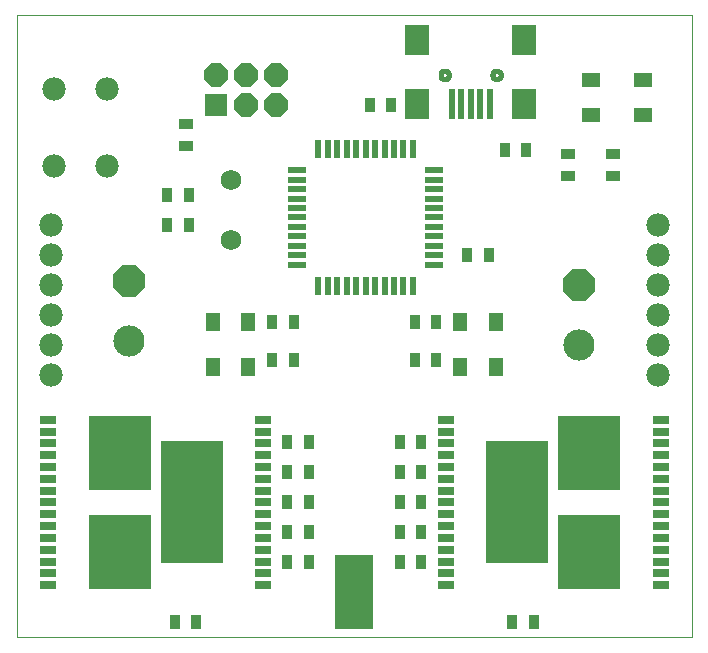
<source format=gts>
G75*
%MOIN*%
%OFA0B0*%
%FSLAX24Y24*%
%IPPOS*%
%LPD*%
%AMOC8*
5,1,8,0,0,1.08239X$1,22.5*
%
%ADD10C,0.0000*%
%ADD11R,0.1250X0.2500*%
%ADD12R,0.0355X0.0512*%
%ADD13R,0.0512X0.0355*%
%ADD14R,0.0512X0.0591*%
%ADD15R,0.0591X0.0512*%
%ADD16C,0.1040*%
%ADD17OC8,0.1040*%
%ADD18C,0.0780*%
%ADD19R,0.0237X0.0631*%
%ADD20R,0.0631X0.0237*%
%ADD21C,0.0690*%
%ADD22R,0.0552X0.0304*%
%ADD23R,0.2107X0.4095*%
%ADD24R,0.2107X0.2493*%
%ADD25R,0.0780X0.0780*%
%ADD26OC8,0.0780*%
%ADD27C,0.0161*%
%ADD28R,0.0237X0.1024*%
%ADD29R,0.0827X0.1024*%
D10*
X000142Y000220D02*
X000142Y020966D01*
X022637Y020966D01*
X022637Y000220D01*
X000142Y000220D01*
D11*
X011392Y001720D03*
D12*
X012912Y002720D03*
X013621Y002720D03*
X013621Y003720D03*
X012912Y003720D03*
X012912Y004720D03*
X013621Y004720D03*
X013621Y005720D03*
X012912Y005720D03*
X012912Y006720D03*
X013621Y006720D03*
X013412Y009470D03*
X014121Y009470D03*
X014121Y010720D03*
X013412Y010720D03*
X015162Y012970D03*
X015871Y012970D03*
X016412Y016470D03*
X017121Y016470D03*
X012621Y017970D03*
X011912Y017970D03*
X005871Y014970D03*
X005162Y014970D03*
X005162Y013970D03*
X005871Y013970D03*
X008662Y010720D03*
X009371Y010720D03*
X009371Y009470D03*
X008662Y009470D03*
X009162Y006720D03*
X009871Y006720D03*
X009871Y005720D03*
X009162Y005720D03*
X009162Y004720D03*
X009871Y004720D03*
X009871Y003720D03*
X009162Y003720D03*
X009162Y002720D03*
X009871Y002720D03*
X006121Y000720D03*
X005412Y000720D03*
X016662Y000720D03*
X017371Y000720D03*
D13*
X018517Y015616D03*
X018517Y016324D03*
X020017Y016324D03*
X020017Y015616D03*
X005767Y016616D03*
X005767Y017324D03*
D14*
X006676Y010720D03*
X007857Y010720D03*
X007857Y009220D03*
X006676Y009220D03*
X014926Y009220D03*
X016107Y009220D03*
X016107Y010720D03*
X014926Y010720D03*
D15*
X019267Y017629D03*
X019267Y018811D03*
X021017Y018811D03*
X021017Y017629D03*
D16*
X018892Y009970D03*
X003892Y010095D03*
D17*
X003892Y012095D03*
X018892Y011970D03*
D18*
X021517Y011970D03*
X021517Y010970D03*
X021517Y009970D03*
X021517Y008970D03*
X021517Y012970D03*
X021517Y013970D03*
X003157Y015940D03*
X001377Y015940D03*
X001267Y013970D03*
X001267Y012970D03*
X001267Y011970D03*
X001267Y010970D03*
X001267Y009970D03*
X001267Y008970D03*
X001377Y018500D03*
X003157Y018500D03*
D19*
X010192Y016503D03*
X010507Y016503D03*
X010822Y016503D03*
X011137Y016503D03*
X011452Y016503D03*
X011767Y016503D03*
X012082Y016503D03*
X012397Y016503D03*
X012712Y016503D03*
X013027Y016503D03*
X013341Y016503D03*
X013341Y011937D03*
X013027Y011937D03*
X012712Y011937D03*
X012397Y011937D03*
X012082Y011937D03*
X011767Y011937D03*
X011452Y011937D03*
X011137Y011937D03*
X010822Y011937D03*
X010507Y011937D03*
X010192Y011937D03*
D20*
X009483Y012645D03*
X009483Y012960D03*
X009483Y013275D03*
X009483Y013590D03*
X009483Y013905D03*
X009483Y014220D03*
X009483Y014535D03*
X009483Y014850D03*
X009483Y015165D03*
X009483Y015480D03*
X009483Y015795D03*
X014050Y015795D03*
X014050Y015480D03*
X014050Y015165D03*
X014050Y014850D03*
X014050Y014535D03*
X014050Y014220D03*
X014050Y013905D03*
X014050Y013590D03*
X014050Y013275D03*
X014050Y012960D03*
X014050Y012645D03*
D21*
X007267Y013470D03*
X007267Y015470D03*
D22*
X008349Y007476D03*
X008349Y007082D03*
X008349Y006689D03*
X008349Y006295D03*
X008349Y005901D03*
X008349Y005507D03*
X008349Y005114D03*
X008349Y004720D03*
X008349Y004326D03*
X008349Y003933D03*
X008349Y003539D03*
X008349Y003145D03*
X008349Y002751D03*
X008349Y002358D03*
X008349Y001964D03*
X014434Y001964D03*
X014434Y002358D03*
X014434Y002751D03*
X014434Y003145D03*
X014434Y003539D03*
X014434Y003933D03*
X014434Y004326D03*
X014434Y004720D03*
X014434Y005114D03*
X014434Y005507D03*
X014434Y005901D03*
X014434Y006295D03*
X014434Y006689D03*
X014434Y007082D03*
X014434Y007476D03*
X021599Y007476D03*
X021599Y007082D03*
X021599Y006689D03*
X021599Y006295D03*
X021599Y005901D03*
X021599Y005507D03*
X021599Y005114D03*
X021599Y004720D03*
X021599Y004326D03*
X021599Y003933D03*
X021599Y003539D03*
X021599Y003145D03*
X021599Y002751D03*
X021599Y002358D03*
X021599Y001964D03*
X001184Y001964D03*
X001184Y002358D03*
X001184Y002751D03*
X001184Y003145D03*
X001184Y003539D03*
X001184Y003933D03*
X001184Y004326D03*
X001184Y004720D03*
X001184Y005114D03*
X001184Y005507D03*
X001184Y005901D03*
X001184Y006295D03*
X001184Y006689D03*
X001184Y007082D03*
X001184Y007476D03*
D23*
X005967Y004720D03*
X016816Y004720D03*
D24*
X019217Y003080D03*
X019217Y006360D03*
X003566Y006360D03*
X003566Y003080D03*
D25*
X006767Y017970D03*
D26*
X007767Y017970D03*
X008767Y017970D03*
X008767Y018970D03*
X007767Y018970D03*
X006767Y018970D03*
D27*
X014263Y018970D02*
X014265Y018993D01*
X014271Y019016D01*
X014281Y019037D01*
X014294Y019057D01*
X014310Y019074D01*
X014329Y019088D01*
X014350Y019098D01*
X014372Y019105D01*
X014395Y019108D01*
X014419Y019107D01*
X014441Y019102D01*
X014463Y019093D01*
X014483Y019081D01*
X014501Y019065D01*
X014515Y019047D01*
X014527Y019027D01*
X014535Y019005D01*
X014539Y018982D01*
X014539Y018958D01*
X014535Y018935D01*
X014527Y018913D01*
X014515Y018893D01*
X014501Y018875D01*
X014483Y018859D01*
X014463Y018847D01*
X014441Y018838D01*
X014419Y018833D01*
X014395Y018832D01*
X014372Y018835D01*
X014350Y018842D01*
X014329Y018852D01*
X014310Y018866D01*
X014294Y018883D01*
X014281Y018903D01*
X014271Y018924D01*
X014265Y018947D01*
X014263Y018970D01*
X015995Y018970D02*
X015997Y018993D01*
X016003Y019016D01*
X016013Y019037D01*
X016026Y019057D01*
X016042Y019074D01*
X016061Y019088D01*
X016082Y019098D01*
X016104Y019105D01*
X016127Y019108D01*
X016151Y019107D01*
X016173Y019102D01*
X016195Y019093D01*
X016215Y019081D01*
X016233Y019065D01*
X016247Y019047D01*
X016259Y019027D01*
X016267Y019005D01*
X016271Y018982D01*
X016271Y018958D01*
X016267Y018935D01*
X016259Y018913D01*
X016247Y018893D01*
X016233Y018875D01*
X016215Y018859D01*
X016195Y018847D01*
X016173Y018838D01*
X016151Y018833D01*
X016127Y018832D01*
X016104Y018835D01*
X016082Y018842D01*
X016061Y018852D01*
X016042Y018866D01*
X016026Y018883D01*
X016013Y018903D01*
X016003Y018924D01*
X015997Y018947D01*
X015995Y018970D01*
D28*
X015897Y017986D03*
X015582Y017986D03*
X015267Y017986D03*
X014952Y017986D03*
X014637Y017986D03*
D29*
X013495Y017986D03*
X013495Y020151D03*
X017038Y020151D03*
X017038Y017986D03*
M02*

</source>
